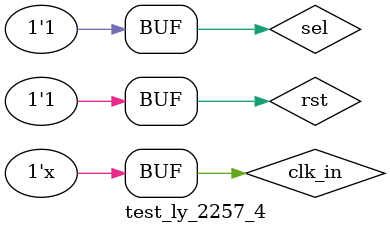
<source format=v>
`timescale 10ns / 1ns
module test_ly_2257_4();

reg clk_in; //输入
reg rst;
reg sel;
wire clk_out; //输出

initial //初始化
begin
   clk_in = 1'b0;
	sel = 1'b0;
	rst = 1'b0;
	#100
	rst = 1'b1;
	#200000
	sel = 1'b1;
end

always #1 clk_in = ~clk_in; //设置clk_in频率

ly_2257_4 divider(
   .clk_in (clk_in),
	.rst    (rst),
	.sel    (sel),
	.clk_out(clk_out)
);

endmodule
</source>
